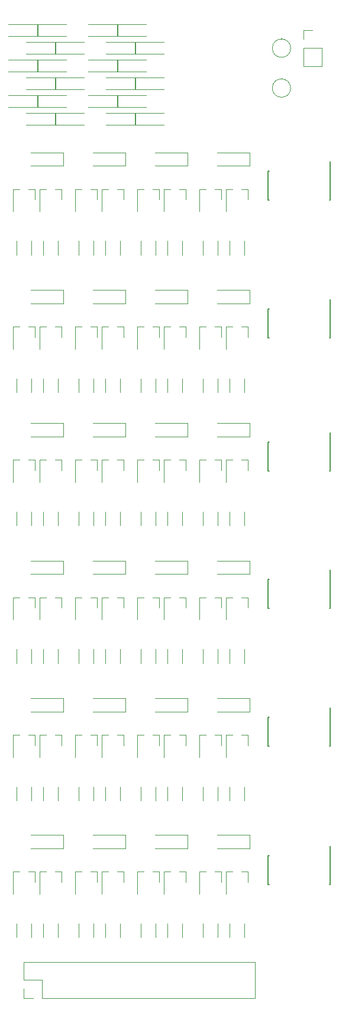
<source format=gto>
G04 #@! TF.FileFunction,Legend,Top*
%FSLAX46Y46*%
G04 Gerber Fmt 4.6, Leading zero omitted, Abs format (unit mm)*
G04 Created by KiCad (PCBNEW 4.0.7) date Wed Feb 14 16:44:24 2018*
%MOMM*%
%LPD*%
G01*
G04 APERTURE LIST*
%ADD10C,0.100000*%
%ADD11C,0.150000*%
%ADD12C,0.120000*%
G04 APERTURE END LIST*
D10*
D11*
X68223219Y-38824377D02*
X68198219Y-38824377D01*
X68223219Y-42974377D02*
X68108219Y-42974377D01*
X59323219Y-42974377D02*
X59438219Y-42974377D01*
X59323219Y-38824377D02*
X59438219Y-38824377D01*
X68223219Y-38824377D02*
X68223219Y-42974377D01*
X59323219Y-38824377D02*
X59323219Y-42974377D01*
X68198219Y-38824377D02*
X68198219Y-37449377D01*
X68223219Y-97244377D02*
X68198219Y-97244377D01*
X68223219Y-101394377D02*
X68108219Y-101394377D01*
X59323219Y-101394377D02*
X59438219Y-101394377D01*
X59323219Y-97244377D02*
X59438219Y-97244377D01*
X68223219Y-97244377D02*
X68223219Y-101394377D01*
X59323219Y-97244377D02*
X59323219Y-101394377D01*
X68198219Y-97244377D02*
X68198219Y-95869377D01*
D12*
X57483219Y-157164377D02*
X57483219Y-151964377D01*
X26943219Y-157164377D02*
X57483219Y-157164377D01*
X24343219Y-151964377D02*
X57483219Y-151964377D01*
X26943219Y-157164377D02*
X26943219Y-154564377D01*
X26943219Y-154564377D02*
X24343219Y-154564377D01*
X24343219Y-154564377D02*
X24343219Y-151964377D01*
X25673219Y-157164377D02*
X24343219Y-157164377D01*
X24343219Y-157164377D02*
X24343219Y-155834377D01*
D11*
X68223219Y-77559377D02*
X68198219Y-77559377D01*
X68223219Y-81709377D02*
X68108219Y-81709377D01*
X59323219Y-81709377D02*
X59438219Y-81709377D01*
X59323219Y-77559377D02*
X59438219Y-77559377D01*
X68223219Y-77559377D02*
X68223219Y-81709377D01*
X59323219Y-77559377D02*
X59323219Y-81709377D01*
X68198219Y-77559377D02*
X68198219Y-76184377D01*
X68223219Y-136774377D02*
X68198219Y-136774377D01*
X68223219Y-140924377D02*
X68108219Y-140924377D01*
X59323219Y-140924377D02*
X59438219Y-140924377D01*
X59323219Y-136774377D02*
X59438219Y-136774377D01*
X68223219Y-136774377D02*
X68223219Y-140924377D01*
X59323219Y-136774377D02*
X59323219Y-140924377D01*
X68198219Y-136774377D02*
X68198219Y-135399377D01*
X68223219Y-116929377D02*
X68198219Y-116929377D01*
X68223219Y-121079377D02*
X68108219Y-121079377D01*
X59323219Y-121079377D02*
X59438219Y-121079377D01*
X59323219Y-116929377D02*
X59438219Y-116929377D01*
X68223219Y-116929377D02*
X68223219Y-121079377D01*
X59323219Y-116929377D02*
X59323219Y-121079377D01*
X68198219Y-116929377D02*
X68198219Y-115554377D01*
D12*
X43763219Y-139073477D02*
X42833219Y-139073477D01*
X40603219Y-139073477D02*
X41533219Y-139073477D01*
X40603219Y-139073477D02*
X40603219Y-142233477D01*
X43763219Y-139073477D02*
X43763219Y-140533477D01*
X56463219Y-139073477D02*
X55533219Y-139073477D01*
X53303219Y-139073477D02*
X54233219Y-139073477D01*
X53303219Y-139073477D02*
X53303219Y-142233477D01*
X56463219Y-139073477D02*
X56463219Y-140533477D01*
X47823219Y-135703477D02*
X47823219Y-133803477D01*
X47823219Y-133803477D02*
X43123219Y-133803477D01*
X47823219Y-135703477D02*
X43123219Y-135703477D01*
X37698219Y-19524377D02*
X37698219Y-17824377D01*
X37648219Y-17824377D02*
X33598219Y-17824377D01*
X37648219Y-19524377D02*
X33598219Y-19524377D01*
X28888219Y-25444377D02*
X28888219Y-27144377D01*
X28938219Y-27144377D02*
X32988219Y-27144377D01*
X28938219Y-25444377D02*
X32988219Y-25444377D01*
X30043219Y-135703477D02*
X30043219Y-133803477D01*
X30043219Y-133803477D02*
X25343219Y-133803477D01*
X30043219Y-135703477D02*
X25343219Y-135703477D01*
X26268219Y-19524377D02*
X26268219Y-17824377D01*
X26218219Y-17824377D02*
X22168219Y-17824377D01*
X26218219Y-19524377D02*
X22168219Y-19524377D01*
X38933219Y-135703477D02*
X38933219Y-133803477D01*
X38933219Y-133803477D02*
X34233219Y-133803477D01*
X38933219Y-135703477D02*
X34233219Y-135703477D01*
X26348219Y-17824377D02*
X26348219Y-19524377D01*
X26398219Y-19524377D02*
X30448219Y-19524377D01*
X26398219Y-17824377D02*
X30448219Y-17824377D01*
X56713219Y-135703477D02*
X56713219Y-133803477D01*
X56713219Y-133803477D02*
X52013219Y-133803477D01*
X56713219Y-135703477D02*
X52013219Y-135703477D01*
X37778219Y-17824377D02*
X37778219Y-19524377D01*
X37828219Y-19524377D02*
X41878219Y-19524377D01*
X37828219Y-17824377D02*
X41878219Y-17824377D01*
X30043219Y-116144377D02*
X30043219Y-114244377D01*
X30043219Y-114244377D02*
X25343219Y-114244377D01*
X30043219Y-116144377D02*
X25343219Y-116144377D01*
X28808219Y-22064377D02*
X28808219Y-20364377D01*
X28758219Y-20364377D02*
X24708219Y-20364377D01*
X28758219Y-22064377D02*
X24708219Y-22064377D01*
X38933219Y-116144377D02*
X38933219Y-114244377D01*
X38933219Y-114244377D02*
X34233219Y-114244377D01*
X38933219Y-116144377D02*
X34233219Y-116144377D01*
X28888219Y-20364377D02*
X28888219Y-22064377D01*
X28938219Y-22064377D02*
X32988219Y-22064377D01*
X28938219Y-20364377D02*
X32988219Y-20364377D01*
X47823219Y-116144377D02*
X47823219Y-114244377D01*
X47823219Y-114244377D02*
X43123219Y-114244377D01*
X47823219Y-116144377D02*
X43123219Y-116144377D01*
X40238219Y-22064377D02*
X40238219Y-20364377D01*
X40188219Y-20364377D02*
X36138219Y-20364377D01*
X40188219Y-22064377D02*
X36138219Y-22064377D01*
X56713219Y-116144377D02*
X56713219Y-114244377D01*
X56713219Y-114244377D02*
X52013219Y-114244377D01*
X56713219Y-116144377D02*
X52013219Y-116144377D01*
X40318219Y-20364377D02*
X40318219Y-22064377D01*
X40368219Y-22064377D02*
X44418219Y-22064377D01*
X40368219Y-20364377D02*
X44418219Y-20364377D01*
X30043219Y-96459377D02*
X30043219Y-94559377D01*
X30043219Y-94559377D02*
X25343219Y-94559377D01*
X30043219Y-96459377D02*
X25343219Y-96459377D01*
X26268219Y-24604377D02*
X26268219Y-22904377D01*
X26218219Y-22904377D02*
X22168219Y-22904377D01*
X26218219Y-24604377D02*
X22168219Y-24604377D01*
X38933219Y-96459377D02*
X38933219Y-94559377D01*
X38933219Y-94559377D02*
X34233219Y-94559377D01*
X38933219Y-96459377D02*
X34233219Y-96459377D01*
X26348219Y-22904377D02*
X26348219Y-24604377D01*
X26398219Y-24604377D02*
X30448219Y-24604377D01*
X26398219Y-22904377D02*
X30448219Y-22904377D01*
X47823219Y-96459377D02*
X47823219Y-94559377D01*
X47823219Y-94559377D02*
X43123219Y-94559377D01*
X47823219Y-96459377D02*
X43123219Y-96459377D01*
X37698219Y-24604377D02*
X37698219Y-22904377D01*
X37648219Y-22904377D02*
X33598219Y-22904377D01*
X37648219Y-24604377D02*
X33598219Y-24604377D01*
X56713219Y-96459377D02*
X56713219Y-94559377D01*
X56713219Y-94559377D02*
X52013219Y-94559377D01*
X56713219Y-96459377D02*
X52013219Y-96459377D01*
X37778219Y-22904377D02*
X37778219Y-24604377D01*
X37828219Y-24604377D02*
X41878219Y-24604377D01*
X37828219Y-22904377D02*
X41878219Y-22904377D01*
X30043219Y-76774377D02*
X30043219Y-74874377D01*
X30043219Y-74874377D02*
X25343219Y-74874377D01*
X30043219Y-76774377D02*
X25343219Y-76774377D01*
X28808219Y-27144377D02*
X28808219Y-25444377D01*
X28758219Y-25444377D02*
X24708219Y-25444377D01*
X28758219Y-27144377D02*
X24708219Y-27144377D01*
X38933219Y-76774377D02*
X38933219Y-74874377D01*
X38933219Y-74874377D02*
X34233219Y-74874377D01*
X38933219Y-76774377D02*
X34233219Y-76774377D01*
X47823219Y-76774377D02*
X47823219Y-74874377D01*
X47823219Y-74874377D02*
X43123219Y-74874377D01*
X47823219Y-76774377D02*
X43123219Y-76774377D01*
X40238219Y-27144377D02*
X40238219Y-25444377D01*
X40188219Y-25444377D02*
X36138219Y-25444377D01*
X40188219Y-27144377D02*
X36138219Y-27144377D01*
X56713219Y-76774377D02*
X56713219Y-74874377D01*
X56713219Y-74874377D02*
X52013219Y-74874377D01*
X56713219Y-76774377D02*
X52013219Y-76774377D01*
X40318219Y-25444377D02*
X40318219Y-27144377D01*
X40368219Y-27144377D02*
X44418219Y-27144377D01*
X40368219Y-25444377D02*
X44418219Y-25444377D01*
X30043219Y-57724377D02*
X30043219Y-55824377D01*
X30043219Y-55824377D02*
X25343219Y-55824377D01*
X30043219Y-57724377D02*
X25343219Y-57724377D01*
X26268219Y-29684377D02*
X26268219Y-27984377D01*
X26218219Y-27984377D02*
X22168219Y-27984377D01*
X26218219Y-29684377D02*
X22168219Y-29684377D01*
X38933219Y-57724377D02*
X38933219Y-55824377D01*
X38933219Y-55824377D02*
X34233219Y-55824377D01*
X38933219Y-57724377D02*
X34233219Y-57724377D01*
X26348219Y-27984377D02*
X26348219Y-29684377D01*
X26398219Y-29684377D02*
X30448219Y-29684377D01*
X26398219Y-27984377D02*
X30448219Y-27984377D01*
X47823219Y-57724377D02*
X47823219Y-55824377D01*
X47823219Y-55824377D02*
X43123219Y-55824377D01*
X47823219Y-57724377D02*
X43123219Y-57724377D01*
X37698219Y-29684377D02*
X37698219Y-27984377D01*
X37648219Y-27984377D02*
X33598219Y-27984377D01*
X37648219Y-29684377D02*
X33598219Y-29684377D01*
X56713219Y-57724377D02*
X56713219Y-55824377D01*
X56713219Y-55824377D02*
X52013219Y-55824377D01*
X56713219Y-57724377D02*
X52013219Y-57724377D01*
X37778219Y-27984377D02*
X37778219Y-29684377D01*
X37828219Y-29684377D02*
X41878219Y-29684377D01*
X37828219Y-27984377D02*
X41878219Y-27984377D01*
X30043219Y-38039377D02*
X30043219Y-36139377D01*
X30043219Y-36139377D02*
X25343219Y-36139377D01*
X30043219Y-38039377D02*
X25343219Y-38039377D01*
X28808219Y-32224377D02*
X28808219Y-30524377D01*
X28758219Y-30524377D02*
X24708219Y-30524377D01*
X28758219Y-32224377D02*
X24708219Y-32224377D01*
X38933219Y-38039377D02*
X38933219Y-36139377D01*
X38933219Y-36139377D02*
X34233219Y-36139377D01*
X38933219Y-38039377D02*
X34233219Y-38039377D01*
X28888219Y-30524377D02*
X28888219Y-32224377D01*
X28938219Y-32224377D02*
X32988219Y-32224377D01*
X28938219Y-30524377D02*
X32988219Y-30524377D01*
X47823219Y-38039377D02*
X47823219Y-36139377D01*
X47823219Y-36139377D02*
X43123219Y-36139377D01*
X47823219Y-38039377D02*
X43123219Y-38039377D01*
X40238219Y-32224377D02*
X40238219Y-30524377D01*
X40188219Y-30524377D02*
X36138219Y-30524377D01*
X40188219Y-32224377D02*
X36138219Y-32224377D01*
X56713219Y-38039377D02*
X56713219Y-36139377D01*
X56713219Y-36139377D02*
X52013219Y-36139377D01*
X56713219Y-38039377D02*
X52013219Y-38039377D01*
X40318219Y-30524377D02*
X40318219Y-32224377D01*
X40368219Y-32224377D02*
X44418219Y-32224377D01*
X40368219Y-30524377D02*
X44418219Y-30524377D01*
X64348219Y-23814377D02*
X67008219Y-23814377D01*
X64348219Y-21214377D02*
X64348219Y-23814377D01*
X67008219Y-21214377D02*
X67008219Y-23814377D01*
X64348219Y-21214377D02*
X67008219Y-21214377D01*
X64348219Y-19944377D02*
X64348219Y-18614377D01*
X64348219Y-18614377D02*
X65678219Y-18614377D01*
X25983219Y-139073477D02*
X25053219Y-139073477D01*
X22823219Y-139073477D02*
X23753219Y-139073477D01*
X22823219Y-139073477D02*
X22823219Y-142233477D01*
X25983219Y-139073477D02*
X25983219Y-140533477D01*
X29793219Y-139073477D02*
X28863219Y-139073477D01*
X26633219Y-139073477D02*
X27563219Y-139073477D01*
X26633219Y-139073477D02*
X26633219Y-142233477D01*
X29793219Y-139073477D02*
X29793219Y-140533477D01*
X34873219Y-139073477D02*
X33943219Y-139073477D01*
X31713219Y-139073477D02*
X32643219Y-139073477D01*
X31713219Y-139073477D02*
X31713219Y-142233477D01*
X34873219Y-139073477D02*
X34873219Y-140533477D01*
X38683219Y-139073477D02*
X37753219Y-139073477D01*
X35523219Y-139073477D02*
X36453219Y-139073477D01*
X35523219Y-139073477D02*
X35523219Y-142233477D01*
X38683219Y-139073477D02*
X38683219Y-140533477D01*
X47573219Y-139073477D02*
X46643219Y-139073477D01*
X44413219Y-139073477D02*
X45343219Y-139073477D01*
X44413219Y-139073477D02*
X44413219Y-142233477D01*
X47573219Y-139073477D02*
X47573219Y-140533477D01*
X52653219Y-139073477D02*
X51723219Y-139073477D01*
X49493219Y-139073477D02*
X50423219Y-139073477D01*
X49493219Y-139073477D02*
X49493219Y-142233477D01*
X52653219Y-139073477D02*
X52653219Y-140533477D01*
X25983219Y-119514377D02*
X25053219Y-119514377D01*
X22823219Y-119514377D02*
X23753219Y-119514377D01*
X22823219Y-119514377D02*
X22823219Y-122674377D01*
X25983219Y-119514377D02*
X25983219Y-120974377D01*
X29793219Y-119514377D02*
X28863219Y-119514377D01*
X26633219Y-119514377D02*
X27563219Y-119514377D01*
X26633219Y-119514377D02*
X26633219Y-122674377D01*
X29793219Y-119514377D02*
X29793219Y-120974377D01*
X34873219Y-119514377D02*
X33943219Y-119514377D01*
X31713219Y-119514377D02*
X32643219Y-119514377D01*
X31713219Y-119514377D02*
X31713219Y-122674377D01*
X34873219Y-119514377D02*
X34873219Y-120974377D01*
X38683219Y-119514377D02*
X37753219Y-119514377D01*
X35523219Y-119514377D02*
X36453219Y-119514377D01*
X35523219Y-119514377D02*
X35523219Y-122674377D01*
X38683219Y-119514377D02*
X38683219Y-120974377D01*
X43763219Y-119514377D02*
X42833219Y-119514377D01*
X40603219Y-119514377D02*
X41533219Y-119514377D01*
X40603219Y-119514377D02*
X40603219Y-122674377D01*
X43763219Y-119514377D02*
X43763219Y-120974377D01*
X47573219Y-119514377D02*
X46643219Y-119514377D01*
X44413219Y-119514377D02*
X45343219Y-119514377D01*
X44413219Y-119514377D02*
X44413219Y-122674377D01*
X47573219Y-119514377D02*
X47573219Y-120974377D01*
X52653219Y-119514377D02*
X51723219Y-119514377D01*
X49493219Y-119514377D02*
X50423219Y-119514377D01*
X49493219Y-119514377D02*
X49493219Y-122674377D01*
X52653219Y-119514377D02*
X52653219Y-120974377D01*
X56463219Y-119514377D02*
X55533219Y-119514377D01*
X53303219Y-119514377D02*
X54233219Y-119514377D01*
X53303219Y-119514377D02*
X53303219Y-122674377D01*
X56463219Y-119514377D02*
X56463219Y-120974377D01*
X25983219Y-99829377D02*
X25053219Y-99829377D01*
X22823219Y-99829377D02*
X23753219Y-99829377D01*
X22823219Y-99829377D02*
X22823219Y-102989377D01*
X25983219Y-99829377D02*
X25983219Y-101289377D01*
X29793219Y-99829377D02*
X28863219Y-99829377D01*
X26633219Y-99829377D02*
X27563219Y-99829377D01*
X26633219Y-99829377D02*
X26633219Y-102989377D01*
X29793219Y-99829377D02*
X29793219Y-101289377D01*
X34873219Y-99829377D02*
X33943219Y-99829377D01*
X31713219Y-99829377D02*
X32643219Y-99829377D01*
X31713219Y-99829377D02*
X31713219Y-102989377D01*
X34873219Y-99829377D02*
X34873219Y-101289377D01*
X38683219Y-99829377D02*
X37753219Y-99829377D01*
X35523219Y-99829377D02*
X36453219Y-99829377D01*
X35523219Y-99829377D02*
X35523219Y-102989377D01*
X38683219Y-99829377D02*
X38683219Y-101289377D01*
X43763219Y-99829377D02*
X42833219Y-99829377D01*
X40603219Y-99829377D02*
X41533219Y-99829377D01*
X40603219Y-99829377D02*
X40603219Y-102989377D01*
X43763219Y-99829377D02*
X43763219Y-101289377D01*
X47573219Y-99829377D02*
X46643219Y-99829377D01*
X44413219Y-99829377D02*
X45343219Y-99829377D01*
X44413219Y-99829377D02*
X44413219Y-102989377D01*
X47573219Y-99829377D02*
X47573219Y-101289377D01*
X52653219Y-99829377D02*
X51723219Y-99829377D01*
X49493219Y-99829377D02*
X50423219Y-99829377D01*
X49493219Y-99829377D02*
X49493219Y-102989377D01*
X52653219Y-99829377D02*
X52653219Y-101289377D01*
X56463219Y-99829377D02*
X55533219Y-99829377D01*
X53303219Y-99829377D02*
X54233219Y-99829377D01*
X53303219Y-99829377D02*
X53303219Y-102989377D01*
X56463219Y-99829377D02*
X56463219Y-101289377D01*
X25983219Y-80144377D02*
X25053219Y-80144377D01*
X22823219Y-80144377D02*
X23753219Y-80144377D01*
X22823219Y-80144377D02*
X22823219Y-83304377D01*
X25983219Y-80144377D02*
X25983219Y-81604377D01*
X29793219Y-80144377D02*
X28863219Y-80144377D01*
X26633219Y-80144377D02*
X27563219Y-80144377D01*
X26633219Y-80144377D02*
X26633219Y-83304377D01*
X29793219Y-80144377D02*
X29793219Y-81604377D01*
X34873219Y-80144377D02*
X33943219Y-80144377D01*
X31713219Y-80144377D02*
X32643219Y-80144377D01*
X31713219Y-80144377D02*
X31713219Y-83304377D01*
X34873219Y-80144377D02*
X34873219Y-81604377D01*
X38683219Y-80144377D02*
X37753219Y-80144377D01*
X35523219Y-80144377D02*
X36453219Y-80144377D01*
X35523219Y-80144377D02*
X35523219Y-83304377D01*
X38683219Y-80144377D02*
X38683219Y-81604377D01*
X43763219Y-80144377D02*
X42833219Y-80144377D01*
X40603219Y-80144377D02*
X41533219Y-80144377D01*
X40603219Y-80144377D02*
X40603219Y-83304377D01*
X43763219Y-80144377D02*
X43763219Y-81604377D01*
X47573219Y-80144377D02*
X46643219Y-80144377D01*
X44413219Y-80144377D02*
X45343219Y-80144377D01*
X44413219Y-80144377D02*
X44413219Y-83304377D01*
X47573219Y-80144377D02*
X47573219Y-81604377D01*
X52653219Y-80144377D02*
X51723219Y-80144377D01*
X49493219Y-80144377D02*
X50423219Y-80144377D01*
X49493219Y-80144377D02*
X49493219Y-83304377D01*
X52653219Y-80144377D02*
X52653219Y-81604377D01*
X56463219Y-80144377D02*
X55533219Y-80144377D01*
X53303219Y-80144377D02*
X54233219Y-80144377D01*
X53303219Y-80144377D02*
X53303219Y-83304377D01*
X56463219Y-80144377D02*
X56463219Y-81604377D01*
X25983219Y-61094377D02*
X25053219Y-61094377D01*
X22823219Y-61094377D02*
X23753219Y-61094377D01*
X22823219Y-61094377D02*
X22823219Y-64254377D01*
X25983219Y-61094377D02*
X25983219Y-62554377D01*
X29793219Y-61094377D02*
X28863219Y-61094377D01*
X26633219Y-61094377D02*
X27563219Y-61094377D01*
X26633219Y-61094377D02*
X26633219Y-64254377D01*
X29793219Y-61094377D02*
X29793219Y-62554377D01*
X34873219Y-61094377D02*
X33943219Y-61094377D01*
X31713219Y-61094377D02*
X32643219Y-61094377D01*
X31713219Y-61094377D02*
X31713219Y-64254377D01*
X34873219Y-61094377D02*
X34873219Y-62554377D01*
X38683219Y-61094377D02*
X37753219Y-61094377D01*
X35523219Y-61094377D02*
X36453219Y-61094377D01*
X35523219Y-61094377D02*
X35523219Y-64254377D01*
X38683219Y-61094377D02*
X38683219Y-62554377D01*
X43763219Y-61094377D02*
X42833219Y-61094377D01*
X40603219Y-61094377D02*
X41533219Y-61094377D01*
X40603219Y-61094377D02*
X40603219Y-64254377D01*
X43763219Y-61094377D02*
X43763219Y-62554377D01*
X47573219Y-61094377D02*
X46643219Y-61094377D01*
X44413219Y-61094377D02*
X45343219Y-61094377D01*
X44413219Y-61094377D02*
X44413219Y-64254377D01*
X47573219Y-61094377D02*
X47573219Y-62554377D01*
X52653219Y-61094377D02*
X51723219Y-61094377D01*
X49493219Y-61094377D02*
X50423219Y-61094377D01*
X49493219Y-61094377D02*
X49493219Y-64254377D01*
X52653219Y-61094377D02*
X52653219Y-62554377D01*
X56463219Y-61094377D02*
X55533219Y-61094377D01*
X53303219Y-61094377D02*
X54233219Y-61094377D01*
X53303219Y-61094377D02*
X53303219Y-64254377D01*
X56463219Y-61094377D02*
X56463219Y-62554377D01*
X25983219Y-41409377D02*
X25053219Y-41409377D01*
X22823219Y-41409377D02*
X23753219Y-41409377D01*
X22823219Y-41409377D02*
X22823219Y-44569377D01*
X25983219Y-41409377D02*
X25983219Y-42869377D01*
X29793219Y-41409377D02*
X28863219Y-41409377D01*
X26633219Y-41409377D02*
X27563219Y-41409377D01*
X26633219Y-41409377D02*
X26633219Y-44569377D01*
X29793219Y-41409377D02*
X29793219Y-42869377D01*
X34873219Y-41409377D02*
X33943219Y-41409377D01*
X31713219Y-41409377D02*
X32643219Y-41409377D01*
X31713219Y-41409377D02*
X31713219Y-44569377D01*
X34873219Y-41409377D02*
X34873219Y-42869377D01*
X38683219Y-41409377D02*
X37753219Y-41409377D01*
X35523219Y-41409377D02*
X36453219Y-41409377D01*
X35523219Y-41409377D02*
X35523219Y-44569377D01*
X38683219Y-41409377D02*
X38683219Y-42869377D01*
X43763219Y-41409377D02*
X42833219Y-41409377D01*
X40603219Y-41409377D02*
X41533219Y-41409377D01*
X40603219Y-41409377D02*
X40603219Y-44569377D01*
X43763219Y-41409377D02*
X43763219Y-42869377D01*
X47573219Y-41409377D02*
X46643219Y-41409377D01*
X44413219Y-41409377D02*
X45343219Y-41409377D01*
X44413219Y-41409377D02*
X44413219Y-44569377D01*
X47573219Y-41409377D02*
X47573219Y-42869377D01*
X52653219Y-41409377D02*
X51723219Y-41409377D01*
X49493219Y-41409377D02*
X50423219Y-41409377D01*
X49493219Y-41409377D02*
X49493219Y-44569377D01*
X52653219Y-41409377D02*
X52653219Y-42869377D01*
X56463219Y-41409377D02*
X55533219Y-41409377D01*
X53303219Y-41409377D02*
X54233219Y-41409377D01*
X53303219Y-41409377D02*
X53303219Y-44569377D01*
X56463219Y-41409377D02*
X56463219Y-42869377D01*
X62543219Y-21214377D02*
G75*
G03X62543219Y-21214377I-1310000J0D01*
G01*
X61233219Y-19904377D02*
X61233219Y-19774377D01*
X62543219Y-26929377D02*
G75*
G03X62543219Y-26929377I-1310000J0D01*
G01*
X61233219Y-25619377D02*
X61233219Y-25489377D01*
X23333219Y-148453477D02*
X23333219Y-146453477D01*
X25473219Y-146453477D02*
X25473219Y-148453477D01*
X27143219Y-148453477D02*
X27143219Y-146453477D01*
X29283219Y-146453477D02*
X29283219Y-148453477D01*
X32223219Y-148453477D02*
X32223219Y-146453477D01*
X34363219Y-146453477D02*
X34363219Y-148453477D01*
X36033219Y-148453477D02*
X36033219Y-146453477D01*
X38173219Y-146453477D02*
X38173219Y-148453477D01*
X41113219Y-148453477D02*
X41113219Y-146453477D01*
X43253219Y-146453477D02*
X43253219Y-148453477D01*
X44923219Y-148453477D02*
X44923219Y-146453477D01*
X47063219Y-146453477D02*
X47063219Y-148453477D01*
X50003219Y-148453477D02*
X50003219Y-146453477D01*
X52143219Y-146453477D02*
X52143219Y-148453477D01*
X53813219Y-148453477D02*
X53813219Y-146453477D01*
X55953219Y-146453477D02*
X55953219Y-148453477D01*
X23333219Y-128894377D02*
X23333219Y-126894377D01*
X25473219Y-126894377D02*
X25473219Y-128894377D01*
X27143219Y-128894377D02*
X27143219Y-126894377D01*
X29283219Y-126894377D02*
X29283219Y-128894377D01*
X32223219Y-128894377D02*
X32223219Y-126894377D01*
X34363219Y-126894377D02*
X34363219Y-128894377D01*
X36033219Y-128894377D02*
X36033219Y-126894377D01*
X38173219Y-126894377D02*
X38173219Y-128894377D01*
X41113219Y-128894377D02*
X41113219Y-126894377D01*
X43253219Y-126894377D02*
X43253219Y-128894377D01*
X44923219Y-128894377D02*
X44923219Y-126894377D01*
X47063219Y-126894377D02*
X47063219Y-128894377D01*
X50003219Y-128894377D02*
X50003219Y-126894377D01*
X52143219Y-126894377D02*
X52143219Y-128894377D01*
X53813219Y-128894377D02*
X53813219Y-126894377D01*
X55953219Y-126894377D02*
X55953219Y-128894377D01*
X23333219Y-109209377D02*
X23333219Y-107209377D01*
X25473219Y-107209377D02*
X25473219Y-109209377D01*
X27143219Y-109209377D02*
X27143219Y-107209377D01*
X29283219Y-107209377D02*
X29283219Y-109209377D01*
X32223219Y-109209377D02*
X32223219Y-107209377D01*
X34363219Y-107209377D02*
X34363219Y-109209377D01*
X36033219Y-109209377D02*
X36033219Y-107209377D01*
X38173219Y-107209377D02*
X38173219Y-109209377D01*
X41113219Y-109209377D02*
X41113219Y-107209377D01*
X43253219Y-107209377D02*
X43253219Y-109209377D01*
X44923219Y-109209377D02*
X44923219Y-107209377D01*
X47063219Y-107209377D02*
X47063219Y-109209377D01*
X50003219Y-109209377D02*
X50003219Y-107209377D01*
X52143219Y-107209377D02*
X52143219Y-109209377D01*
X53813219Y-109209377D02*
X53813219Y-107209377D01*
X55953219Y-107209377D02*
X55953219Y-109209377D01*
X23333219Y-89524377D02*
X23333219Y-87524377D01*
X25473219Y-87524377D02*
X25473219Y-89524377D01*
X27143219Y-89524377D02*
X27143219Y-87524377D01*
X29283219Y-87524377D02*
X29283219Y-89524377D01*
X32223219Y-89524377D02*
X32223219Y-87524377D01*
X34363219Y-87524377D02*
X34363219Y-89524377D01*
X36033219Y-89524377D02*
X36033219Y-87524377D01*
X38173219Y-87524377D02*
X38173219Y-89524377D01*
X41113219Y-89524377D02*
X41113219Y-87524377D01*
X43253219Y-87524377D02*
X43253219Y-89524377D01*
X44923219Y-89524377D02*
X44923219Y-87524377D01*
X47063219Y-87524377D02*
X47063219Y-89524377D01*
X50003219Y-89524377D02*
X50003219Y-87524377D01*
X52143219Y-87524377D02*
X52143219Y-89524377D01*
X53813219Y-89524377D02*
X53813219Y-87524377D01*
X55953219Y-87524377D02*
X55953219Y-89524377D01*
X23333219Y-70474377D02*
X23333219Y-68474377D01*
X25473219Y-68474377D02*
X25473219Y-70474377D01*
X27143219Y-70474377D02*
X27143219Y-68474377D01*
X29283219Y-68474377D02*
X29283219Y-70474377D01*
X32223219Y-70474377D02*
X32223219Y-68474377D01*
X34363219Y-68474377D02*
X34363219Y-70474377D01*
X36033219Y-70474377D02*
X36033219Y-68474377D01*
X38173219Y-68474377D02*
X38173219Y-70474377D01*
X41113219Y-70474377D02*
X41113219Y-68474377D01*
X43253219Y-68474377D02*
X43253219Y-70474377D01*
X44923219Y-70474377D02*
X44923219Y-68474377D01*
X47063219Y-68474377D02*
X47063219Y-70474377D01*
X50003219Y-70474377D02*
X50003219Y-68474377D01*
X52143219Y-68474377D02*
X52143219Y-70474377D01*
X53813219Y-70474377D02*
X53813219Y-68474377D01*
X55953219Y-68474377D02*
X55953219Y-70474377D01*
X23333219Y-50789377D02*
X23333219Y-48789377D01*
X25473219Y-48789377D02*
X25473219Y-50789377D01*
X27143219Y-50789377D02*
X27143219Y-48789377D01*
X29283219Y-48789377D02*
X29283219Y-50789377D01*
X32223219Y-50789377D02*
X32223219Y-48789377D01*
X34363219Y-48789377D02*
X34363219Y-50789377D01*
X36033219Y-50789377D02*
X36033219Y-48789377D01*
X38173219Y-48789377D02*
X38173219Y-50789377D01*
X41113219Y-50789377D02*
X41113219Y-48789377D01*
X43253219Y-48789377D02*
X43253219Y-50789377D01*
X44923219Y-50789377D02*
X44923219Y-48789377D01*
X47063219Y-48789377D02*
X47063219Y-50789377D01*
X50003219Y-50789377D02*
X50003219Y-48789377D01*
X52143219Y-48789377D02*
X52143219Y-50789377D01*
X53813219Y-50789377D02*
X53813219Y-48789377D01*
X55953219Y-48789377D02*
X55953219Y-50789377D01*
D11*
X68223219Y-58509377D02*
X68198219Y-58509377D01*
X68223219Y-62659377D02*
X68108219Y-62659377D01*
X59323219Y-62659377D02*
X59438219Y-62659377D01*
X59323219Y-58509377D02*
X59438219Y-58509377D01*
X68223219Y-58509377D02*
X68223219Y-62659377D01*
X59323219Y-58509377D02*
X59323219Y-62659377D01*
X68198219Y-58509377D02*
X68198219Y-57134377D01*
M02*

</source>
